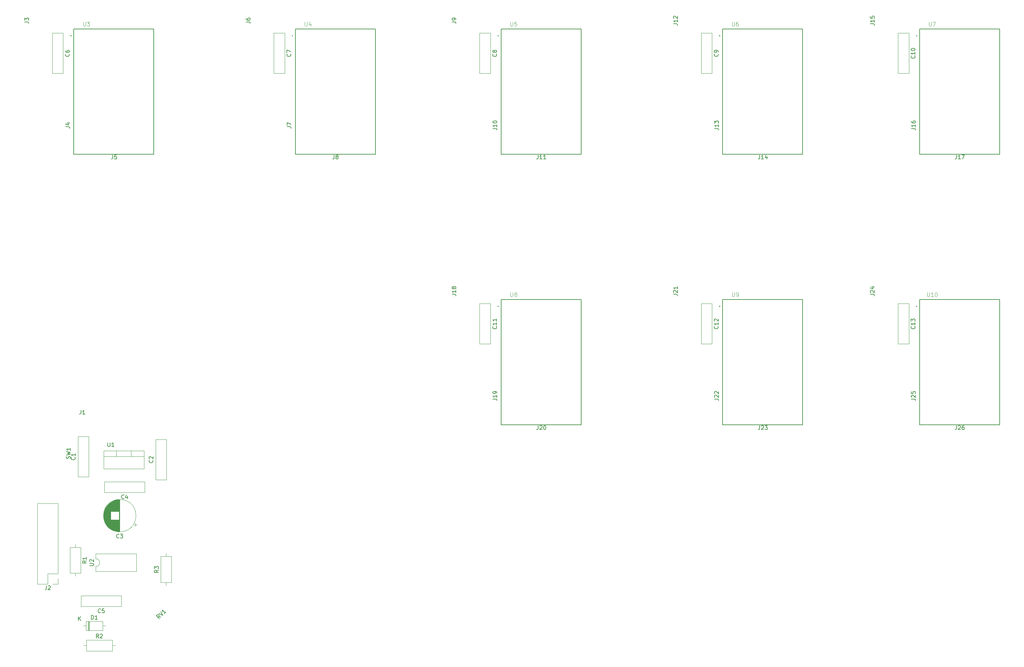
<source format=gbr>
G04 #@! TF.GenerationSoftware,KiCad,Pcbnew,5.1.5-1.fc30*
G04 #@! TF.CreationDate,2021-07-16T22:34:16+03:00*
G04 #@! TF.ProjectId,light,6c696768-742e-46b6-9963-61645f706362,rev?*
G04 #@! TF.SameCoordinates,Original*
G04 #@! TF.FileFunction,Legend,Top*
G04 #@! TF.FilePolarity,Positive*
%FSLAX46Y46*%
G04 Gerber Fmt 4.6, Leading zero omitted, Abs format (unit mm)*
G04 Created by KiCad (PCBNEW 5.1.5-1.fc30) date 2021-07-16 22:34:16*
%MOMM*%
%LPD*%
G04 APERTURE LIST*
%ADD10C,0.120000*%
%ADD11C,0.127000*%
%ADD12C,0.200000*%
%ADD13C,0.150000*%
%ADD14C,0.015000*%
G04 APERTURE END LIST*
D10*
X253120000Y-103870000D02*
X250380000Y-103870000D01*
X253120000Y-93630000D02*
X250380000Y-93630000D01*
X250380000Y-93630000D02*
X250380000Y-103870000D01*
X253120000Y-93630000D02*
X253120000Y-103870000D01*
X146870000Y-103870000D02*
X144130000Y-103870000D01*
X146870000Y-93630000D02*
X144130000Y-93630000D01*
X144130000Y-93630000D02*
X144130000Y-103870000D01*
X146870000Y-93630000D02*
X146870000Y-103870000D01*
X203120000Y-93630000D02*
X203120000Y-103870000D01*
X200380000Y-93630000D02*
X200380000Y-103870000D01*
X203120000Y-93630000D02*
X200380000Y-93630000D01*
X203120000Y-103870000D02*
X200380000Y-103870000D01*
D11*
X205850000Y-92600000D02*
X226150000Y-92600000D01*
X226150000Y-92600000D02*
X226150000Y-124400000D01*
X226150000Y-124400000D02*
X205850000Y-124400000D01*
X205850000Y-124400000D02*
X205850000Y-92600000D01*
D12*
X205200000Y-94300000D02*
G75*
G03X205200000Y-94300000I-100000J0D01*
G01*
X148950000Y-94300000D02*
G75*
G03X148950000Y-94300000I-100000J0D01*
G01*
D11*
X149600000Y-124400000D02*
X149600000Y-92600000D01*
X169900000Y-124400000D02*
X149600000Y-124400000D01*
X169900000Y-92600000D02*
X169900000Y-124400000D01*
X149600000Y-92600000D02*
X169900000Y-92600000D01*
D12*
X255200000Y-94300000D02*
G75*
G03X255200000Y-94300000I-100000J0D01*
G01*
D11*
X255850000Y-124400000D02*
X255850000Y-92600000D01*
X276150000Y-124400000D02*
X255850000Y-124400000D01*
X276150000Y-92600000D02*
X276150000Y-124400000D01*
X255850000Y-92600000D02*
X276150000Y-92600000D01*
D10*
X253120000Y-24880000D02*
X253120000Y-35120000D01*
X250380000Y-24880000D02*
X250380000Y-35120000D01*
X253120000Y-24880000D02*
X250380000Y-24880000D01*
X253120000Y-35120000D02*
X250380000Y-35120000D01*
D11*
X255850000Y-23850000D02*
X276150000Y-23850000D01*
X276150000Y-23850000D02*
X276150000Y-55650000D01*
X276150000Y-55650000D02*
X255850000Y-55650000D01*
X255850000Y-55650000D02*
X255850000Y-23850000D01*
D12*
X255200000Y-25550000D02*
G75*
G03X255200000Y-25550000I-100000J0D01*
G01*
X205200000Y-25550000D02*
G75*
G03X205200000Y-25550000I-100000J0D01*
G01*
D11*
X205850000Y-55650000D02*
X205850000Y-23850000D01*
X226150000Y-55650000D02*
X205850000Y-55650000D01*
X226150000Y-23850000D02*
X226150000Y-55650000D01*
X205850000Y-23850000D02*
X226150000Y-23850000D01*
D10*
X203120000Y-35120000D02*
X200380000Y-35120000D01*
X203120000Y-24880000D02*
X200380000Y-24880000D01*
X200380000Y-24880000D02*
X200380000Y-35120000D01*
X203120000Y-24880000D02*
X203120000Y-35120000D01*
X146870000Y-24880000D02*
X146870000Y-35120000D01*
X144130000Y-24880000D02*
X144130000Y-35120000D01*
X146870000Y-24880000D02*
X144130000Y-24880000D01*
X146870000Y-35120000D02*
X144130000Y-35120000D01*
D11*
X149600000Y-23850000D02*
X169900000Y-23850000D01*
X169900000Y-23850000D02*
X169900000Y-55650000D01*
X169900000Y-55650000D02*
X149600000Y-55650000D01*
X149600000Y-55650000D02*
X149600000Y-23850000D01*
D12*
X148950000Y-25550000D02*
G75*
G03X148950000Y-25550000I-100000J0D01*
G01*
D10*
X94620000Y-24880000D02*
X94620000Y-35120000D01*
X91880000Y-24880000D02*
X91880000Y-35120000D01*
X94620000Y-24880000D02*
X91880000Y-24880000D01*
X94620000Y-35120000D02*
X91880000Y-35120000D01*
D11*
X97350000Y-23850000D02*
X117650000Y-23850000D01*
X117650000Y-23850000D02*
X117650000Y-55650000D01*
X117650000Y-55650000D02*
X97350000Y-55650000D01*
X97350000Y-55650000D02*
X97350000Y-23850000D01*
D12*
X96700000Y-25550000D02*
G75*
G03X96700000Y-25550000I-100000J0D01*
G01*
D10*
X55641000Y-130980000D02*
X55641000Y-132490000D01*
X51940000Y-130980000D02*
X51940000Y-132490000D01*
X48670000Y-132490000D02*
X58910000Y-132490000D01*
X58910000Y-130980000D02*
X58910000Y-135621000D01*
X48670000Y-130980000D02*
X48670000Y-135621000D01*
X48670000Y-135621000D02*
X58910000Y-135621000D01*
X48670000Y-130980000D02*
X58910000Y-130980000D01*
X37080000Y-164870000D02*
X35750000Y-164870000D01*
X37080000Y-163540000D02*
X37080000Y-164870000D01*
X34480000Y-164870000D02*
X31880000Y-164870000D01*
X34480000Y-162270000D02*
X34480000Y-164870000D01*
X37080000Y-162270000D02*
X34480000Y-162270000D01*
X31880000Y-164870000D02*
X31880000Y-144430000D01*
X37080000Y-162270000D02*
X37080000Y-144430000D01*
X37080000Y-144430000D02*
X31880000Y-144430000D01*
D12*
X40450000Y-25550000D02*
G75*
G03X40450000Y-25550000I-100000J0D01*
G01*
D11*
X41100000Y-55650000D02*
X41100000Y-23850000D01*
X61400000Y-55650000D02*
X41100000Y-55650000D01*
X61400000Y-23850000D02*
X61400000Y-55650000D01*
X41100000Y-23850000D02*
X61400000Y-23850000D01*
D10*
X46670000Y-157190000D02*
X46670000Y-158440000D01*
X56950000Y-157190000D02*
X46670000Y-157190000D01*
X56950000Y-161690000D02*
X56950000Y-157190000D01*
X46670000Y-161690000D02*
X56950000Y-161690000D01*
X46670000Y-160440000D02*
X46670000Y-161690000D01*
X46670000Y-158440000D02*
G75*
G02X46670000Y-160440000I0J-1000000D01*
G01*
X64500000Y-157130000D02*
X64500000Y-157900000D01*
X64500000Y-165210000D02*
X64500000Y-164440000D01*
X63130000Y-157900000D02*
X63130000Y-164440000D01*
X65870000Y-157900000D02*
X63130000Y-157900000D01*
X65870000Y-164440000D02*
X65870000Y-157900000D01*
X63130000Y-164440000D02*
X65870000Y-164440000D01*
X51620000Y-180500000D02*
X50850000Y-180500000D01*
X43540000Y-180500000D02*
X44310000Y-180500000D01*
X50850000Y-179130000D02*
X44310000Y-179130000D01*
X50850000Y-181870000D02*
X50850000Y-179130000D01*
X44310000Y-181870000D02*
X50850000Y-181870000D01*
X44310000Y-179130000D02*
X44310000Y-181870000D01*
X41500000Y-162870000D02*
X41500000Y-162100000D01*
X41500000Y-154790000D02*
X41500000Y-155560000D01*
X42870000Y-162100000D02*
X42870000Y-155560000D01*
X40130000Y-162100000D02*
X42870000Y-162100000D01*
X40130000Y-155560000D02*
X40130000Y-162100000D01*
X42870000Y-155560000D02*
X40130000Y-155560000D01*
X44790000Y-174380000D02*
X44790000Y-176620000D01*
X45030000Y-174380000D02*
X45030000Y-176620000D01*
X44910000Y-174380000D02*
X44910000Y-176620000D01*
X49080000Y-175500000D02*
X48430000Y-175500000D01*
X43540000Y-175500000D02*
X44190000Y-175500000D01*
X48430000Y-174380000D02*
X44190000Y-174380000D01*
X48430000Y-176620000D02*
X48430000Y-174380000D01*
X44190000Y-176620000D02*
X48430000Y-176620000D01*
X44190000Y-174380000D02*
X44190000Y-176620000D01*
X38370000Y-35120000D02*
X35630000Y-35120000D01*
X38370000Y-24880000D02*
X35630000Y-24880000D01*
X35630000Y-24880000D02*
X35630000Y-35120000D01*
X38370000Y-24880000D02*
X38370000Y-35120000D01*
X42936272Y-170593789D02*
X42936272Y-167853789D01*
X53176272Y-170593789D02*
X53176272Y-167853789D01*
X53176272Y-167853789D02*
X42936272Y-167853789D01*
X53176272Y-170593789D02*
X42936272Y-170593789D01*
X48880000Y-141620000D02*
X48880000Y-138880000D01*
X59120000Y-141620000D02*
X59120000Y-138880000D01*
X59120000Y-138880000D02*
X48880000Y-138880000D01*
X59120000Y-141620000D02*
X48880000Y-141620000D01*
X56759698Y-150215000D02*
X56759698Y-149415000D01*
X57159698Y-149815000D02*
X56359698Y-149815000D01*
X48669000Y-148033000D02*
X48669000Y-146967000D01*
X48709000Y-148268000D02*
X48709000Y-146732000D01*
X48749000Y-148448000D02*
X48749000Y-146552000D01*
X48789000Y-148598000D02*
X48789000Y-146402000D01*
X48829000Y-148729000D02*
X48829000Y-146271000D01*
X48869000Y-148846000D02*
X48869000Y-146154000D01*
X48909000Y-148953000D02*
X48909000Y-146047000D01*
X48949000Y-149052000D02*
X48949000Y-145948000D01*
X48989000Y-149145000D02*
X48989000Y-145855000D01*
X49029000Y-149231000D02*
X49029000Y-145769000D01*
X49069000Y-149313000D02*
X49069000Y-145687000D01*
X49109000Y-149390000D02*
X49109000Y-145610000D01*
X49149000Y-149464000D02*
X49149000Y-145536000D01*
X49189000Y-149534000D02*
X49189000Y-145466000D01*
X49229000Y-149602000D02*
X49229000Y-145398000D01*
X49269000Y-149666000D02*
X49269000Y-145334000D01*
X49309000Y-149728000D02*
X49309000Y-145272000D01*
X49349000Y-149787000D02*
X49349000Y-145213000D01*
X49389000Y-149845000D02*
X49389000Y-145155000D01*
X49429000Y-149900000D02*
X49429000Y-145100000D01*
X49469000Y-149954000D02*
X49469000Y-145046000D01*
X49509000Y-150005000D02*
X49509000Y-144995000D01*
X49549000Y-150056000D02*
X49549000Y-144944000D01*
X49589000Y-150104000D02*
X49589000Y-144896000D01*
X49629000Y-150151000D02*
X49629000Y-144849000D01*
X49669000Y-150197000D02*
X49669000Y-144803000D01*
X49709000Y-150241000D02*
X49709000Y-144759000D01*
X49749000Y-150284000D02*
X49749000Y-144716000D01*
X49789000Y-150326000D02*
X49789000Y-144674000D01*
X49829000Y-150367000D02*
X49829000Y-144633000D01*
X49869000Y-150407000D02*
X49869000Y-144593000D01*
X49909000Y-150445000D02*
X49909000Y-144555000D01*
X49949000Y-150483000D02*
X49949000Y-144517000D01*
X49989000Y-150519000D02*
X49989000Y-144481000D01*
X50029000Y-150555000D02*
X50029000Y-144445000D01*
X50069000Y-150590000D02*
X50069000Y-144410000D01*
X50109000Y-150624000D02*
X50109000Y-144376000D01*
X50149000Y-150656000D02*
X50149000Y-144344000D01*
X50189000Y-150689000D02*
X50189000Y-144311000D01*
X50229000Y-150720000D02*
X50229000Y-144280000D01*
X50269000Y-150750000D02*
X50269000Y-144250000D01*
X50309000Y-150780000D02*
X50309000Y-144220000D01*
X50349000Y-150809000D02*
X50349000Y-144191000D01*
X50389000Y-150838000D02*
X50389000Y-144162000D01*
X50429000Y-150865000D02*
X50429000Y-144135000D01*
X50469000Y-146460000D02*
X50469000Y-144108000D01*
X50469000Y-150892000D02*
X50469000Y-148540000D01*
X50509000Y-146460000D02*
X50509000Y-144082000D01*
X50509000Y-150918000D02*
X50509000Y-148540000D01*
X50549000Y-146460000D02*
X50549000Y-144056000D01*
X50549000Y-150944000D02*
X50549000Y-148540000D01*
X50589000Y-146460000D02*
X50589000Y-144031000D01*
X50589000Y-150969000D02*
X50589000Y-148540000D01*
X50629000Y-146460000D02*
X50629000Y-144007000D01*
X50629000Y-150993000D02*
X50629000Y-148540000D01*
X50669000Y-146460000D02*
X50669000Y-143983000D01*
X50669000Y-151017000D02*
X50669000Y-148540000D01*
X50709000Y-146460000D02*
X50709000Y-143960000D01*
X50709000Y-151040000D02*
X50709000Y-148540000D01*
X50749000Y-146460000D02*
X50749000Y-143938000D01*
X50749000Y-151062000D02*
X50749000Y-148540000D01*
X50789000Y-146460000D02*
X50789000Y-143916000D01*
X50789000Y-151084000D02*
X50789000Y-148540000D01*
X50829000Y-146460000D02*
X50829000Y-143894000D01*
X50829000Y-151106000D02*
X50829000Y-148540000D01*
X50869000Y-146460000D02*
X50869000Y-143873000D01*
X50869000Y-151127000D02*
X50869000Y-148540000D01*
X50909000Y-146460000D02*
X50909000Y-143853000D01*
X50909000Y-151147000D02*
X50909000Y-148540000D01*
X50949000Y-146460000D02*
X50949000Y-143834000D01*
X50949000Y-151166000D02*
X50949000Y-148540000D01*
X50989000Y-146460000D02*
X50989000Y-143814000D01*
X50989000Y-151186000D02*
X50989000Y-148540000D01*
X51029000Y-146460000D02*
X51029000Y-143796000D01*
X51029000Y-151204000D02*
X51029000Y-148540000D01*
X51069000Y-146460000D02*
X51069000Y-143778000D01*
X51069000Y-151222000D02*
X51069000Y-148540000D01*
X51109000Y-146460000D02*
X51109000Y-143760000D01*
X51109000Y-151240000D02*
X51109000Y-148540000D01*
X51149000Y-146460000D02*
X51149000Y-143743000D01*
X51149000Y-151257000D02*
X51149000Y-148540000D01*
X51189000Y-146460000D02*
X51189000Y-143726000D01*
X51189000Y-151274000D02*
X51189000Y-148540000D01*
X51229000Y-146460000D02*
X51229000Y-143710000D01*
X51229000Y-151290000D02*
X51229000Y-148540000D01*
X51269000Y-146460000D02*
X51269000Y-143695000D01*
X51269000Y-151305000D02*
X51269000Y-148540000D01*
X51309000Y-146460000D02*
X51309000Y-143679000D01*
X51309000Y-151321000D02*
X51309000Y-148540000D01*
X51349000Y-146460000D02*
X51349000Y-143665000D01*
X51349000Y-151335000D02*
X51349000Y-148540000D01*
X51389000Y-146460000D02*
X51389000Y-143650000D01*
X51389000Y-151350000D02*
X51389000Y-148540000D01*
X51429000Y-146460000D02*
X51429000Y-143637000D01*
X51429000Y-151363000D02*
X51429000Y-148540000D01*
X51469000Y-146460000D02*
X51469000Y-143623000D01*
X51469000Y-151377000D02*
X51469000Y-148540000D01*
X51509000Y-146460000D02*
X51509000Y-143611000D01*
X51509000Y-151389000D02*
X51509000Y-148540000D01*
X51549000Y-146460000D02*
X51549000Y-143598000D01*
X51549000Y-151402000D02*
X51549000Y-148540000D01*
X51589000Y-146460000D02*
X51589000Y-143586000D01*
X51589000Y-151414000D02*
X51589000Y-148540000D01*
X51629000Y-146460000D02*
X51629000Y-143575000D01*
X51629000Y-151425000D02*
X51629000Y-148540000D01*
X51669000Y-146460000D02*
X51669000Y-143564000D01*
X51669000Y-151436000D02*
X51669000Y-148540000D01*
X51709000Y-146460000D02*
X51709000Y-143553000D01*
X51709000Y-151447000D02*
X51709000Y-148540000D01*
X51749000Y-146460000D02*
X51749000Y-143543000D01*
X51749000Y-151457000D02*
X51749000Y-148540000D01*
X51789000Y-146460000D02*
X51789000Y-143533000D01*
X51789000Y-151467000D02*
X51789000Y-148540000D01*
X51829000Y-146460000D02*
X51829000Y-143524000D01*
X51829000Y-151476000D02*
X51829000Y-148540000D01*
X51869000Y-146460000D02*
X51869000Y-143515000D01*
X51869000Y-151485000D02*
X51869000Y-148540000D01*
X51909000Y-146460000D02*
X51909000Y-143506000D01*
X51909000Y-151494000D02*
X51909000Y-148540000D01*
X51949000Y-146460000D02*
X51949000Y-143498000D01*
X51949000Y-151502000D02*
X51949000Y-148540000D01*
X51989000Y-146460000D02*
X51989000Y-143490000D01*
X51989000Y-151510000D02*
X51989000Y-148540000D01*
X52029000Y-146460000D02*
X52029000Y-143483000D01*
X52029000Y-151517000D02*
X52029000Y-148540000D01*
X52070000Y-146460000D02*
X52070000Y-143476000D01*
X52070000Y-151524000D02*
X52070000Y-148540000D01*
X52110000Y-146460000D02*
X52110000Y-143470000D01*
X52110000Y-151530000D02*
X52110000Y-148540000D01*
X52150000Y-146460000D02*
X52150000Y-143463000D01*
X52150000Y-151537000D02*
X52150000Y-148540000D01*
X52190000Y-146460000D02*
X52190000Y-143458000D01*
X52190000Y-151542000D02*
X52190000Y-148540000D01*
X52230000Y-146460000D02*
X52230000Y-143452000D01*
X52230000Y-151548000D02*
X52230000Y-148540000D01*
X52270000Y-146460000D02*
X52270000Y-143448000D01*
X52270000Y-151552000D02*
X52270000Y-148540000D01*
X52310000Y-146460000D02*
X52310000Y-143443000D01*
X52310000Y-151557000D02*
X52310000Y-148540000D01*
X52350000Y-146460000D02*
X52350000Y-143439000D01*
X52350000Y-151561000D02*
X52350000Y-148540000D01*
X52390000Y-146460000D02*
X52390000Y-143435000D01*
X52390000Y-151565000D02*
X52390000Y-148540000D01*
X52430000Y-146460000D02*
X52430000Y-143432000D01*
X52430000Y-151568000D02*
X52430000Y-148540000D01*
X52470000Y-146460000D02*
X52470000Y-143429000D01*
X52470000Y-151571000D02*
X52470000Y-148540000D01*
X52510000Y-146460000D02*
X52510000Y-143426000D01*
X52510000Y-151574000D02*
X52510000Y-148540000D01*
X52550000Y-151576000D02*
X52550000Y-143424000D01*
X52590000Y-151577000D02*
X52590000Y-143423000D01*
X52630000Y-151579000D02*
X52630000Y-143421000D01*
X52670000Y-151580000D02*
X52670000Y-143420000D01*
X52710000Y-151580000D02*
X52710000Y-143420000D01*
X52750000Y-151580000D02*
X52750000Y-143420000D01*
X56870000Y-147500000D02*
G75*
G03X56870000Y-147500000I-4120000J0D01*
G01*
X61880000Y-128130000D02*
X64620000Y-128130000D01*
X61880000Y-138370000D02*
X64620000Y-138370000D01*
X64620000Y-138370000D02*
X64620000Y-128130000D01*
X61880000Y-138370000D02*
X61880000Y-128130000D01*
X42130000Y-127380000D02*
X44870000Y-127380000D01*
X42130000Y-137620000D02*
X44870000Y-137620000D01*
X44870000Y-137620000D02*
X44870000Y-127380000D01*
X42130000Y-137620000D02*
X42130000Y-127380000D01*
D13*
X254607142Y-99392857D02*
X254654761Y-99440476D01*
X254702380Y-99583333D01*
X254702380Y-99678571D01*
X254654761Y-99821428D01*
X254559523Y-99916666D01*
X254464285Y-99964285D01*
X254273809Y-100011904D01*
X254130952Y-100011904D01*
X253940476Y-99964285D01*
X253845238Y-99916666D01*
X253750000Y-99821428D01*
X253702380Y-99678571D01*
X253702380Y-99583333D01*
X253750000Y-99440476D01*
X253797619Y-99392857D01*
X254702380Y-98440476D02*
X254702380Y-99011904D01*
X254702380Y-98726190D02*
X253702380Y-98726190D01*
X253845238Y-98821428D01*
X253940476Y-98916666D01*
X253988095Y-99011904D01*
X253702380Y-98107142D02*
X253702380Y-97488095D01*
X254083333Y-97821428D01*
X254083333Y-97678571D01*
X254130952Y-97583333D01*
X254178571Y-97535714D01*
X254273809Y-97488095D01*
X254511904Y-97488095D01*
X254607142Y-97535714D01*
X254654761Y-97583333D01*
X254702380Y-97678571D01*
X254702380Y-97964285D01*
X254654761Y-98059523D01*
X254607142Y-98107142D01*
X148357142Y-99392857D02*
X148404761Y-99440476D01*
X148452380Y-99583333D01*
X148452380Y-99678571D01*
X148404761Y-99821428D01*
X148309523Y-99916666D01*
X148214285Y-99964285D01*
X148023809Y-100011904D01*
X147880952Y-100011904D01*
X147690476Y-99964285D01*
X147595238Y-99916666D01*
X147500000Y-99821428D01*
X147452380Y-99678571D01*
X147452380Y-99583333D01*
X147500000Y-99440476D01*
X147547619Y-99392857D01*
X148452380Y-98440476D02*
X148452380Y-99011904D01*
X148452380Y-98726190D02*
X147452380Y-98726190D01*
X147595238Y-98821428D01*
X147690476Y-98916666D01*
X147738095Y-99011904D01*
X148452380Y-97488095D02*
X148452380Y-98059523D01*
X148452380Y-97773809D02*
X147452380Y-97773809D01*
X147595238Y-97869047D01*
X147690476Y-97964285D01*
X147738095Y-98059523D01*
X147532380Y-117869523D02*
X148246666Y-117869523D01*
X148389523Y-117917142D01*
X148484761Y-118012380D01*
X148532380Y-118155238D01*
X148532380Y-118250476D01*
X148532380Y-116869523D02*
X148532380Y-117440952D01*
X148532380Y-117155238D02*
X147532380Y-117155238D01*
X147675238Y-117250476D01*
X147770476Y-117345714D01*
X147818095Y-117440952D01*
X148532380Y-116393333D02*
X148532380Y-116202857D01*
X148484761Y-116107619D01*
X148437142Y-116060000D01*
X148294285Y-115964761D01*
X148103809Y-115917142D01*
X147722857Y-115917142D01*
X147627619Y-115964761D01*
X147580000Y-116012380D01*
X147532380Y-116107619D01*
X147532380Y-116298095D01*
X147580000Y-116393333D01*
X147627619Y-116440952D01*
X147722857Y-116488571D01*
X147960952Y-116488571D01*
X148056190Y-116440952D01*
X148103809Y-116393333D01*
X148151428Y-116298095D01*
X148151428Y-116107619D01*
X148103809Y-116012380D01*
X148056190Y-115964761D01*
X147960952Y-115917142D01*
X243372380Y-91249523D02*
X244086666Y-91249523D01*
X244229523Y-91297142D01*
X244324761Y-91392380D01*
X244372380Y-91535238D01*
X244372380Y-91630476D01*
X243467619Y-90820952D02*
X243420000Y-90773333D01*
X243372380Y-90678095D01*
X243372380Y-90440000D01*
X243420000Y-90344761D01*
X243467619Y-90297142D01*
X243562857Y-90249523D01*
X243658095Y-90249523D01*
X243800952Y-90297142D01*
X244372380Y-90868571D01*
X244372380Y-90249523D01*
X243705714Y-89392380D02*
X244372380Y-89392380D01*
X243324761Y-89630476D02*
X244039047Y-89868571D01*
X244039047Y-89249523D01*
X193372380Y-91249523D02*
X194086666Y-91249523D01*
X194229523Y-91297142D01*
X194324761Y-91392380D01*
X194372380Y-91535238D01*
X194372380Y-91630476D01*
X193467619Y-90820952D02*
X193420000Y-90773333D01*
X193372380Y-90678095D01*
X193372380Y-90440000D01*
X193420000Y-90344761D01*
X193467619Y-90297142D01*
X193562857Y-90249523D01*
X193658095Y-90249523D01*
X193800952Y-90297142D01*
X194372380Y-90868571D01*
X194372380Y-90249523D01*
X194372380Y-89297142D02*
X194372380Y-89868571D01*
X194372380Y-89582857D02*
X193372380Y-89582857D01*
X193515238Y-89678095D01*
X193610476Y-89773333D01*
X193658095Y-89868571D01*
X203782380Y-117869523D02*
X204496666Y-117869523D01*
X204639523Y-117917142D01*
X204734761Y-118012380D01*
X204782380Y-118155238D01*
X204782380Y-118250476D01*
X203877619Y-117440952D02*
X203830000Y-117393333D01*
X203782380Y-117298095D01*
X203782380Y-117060000D01*
X203830000Y-116964761D01*
X203877619Y-116917142D01*
X203972857Y-116869523D01*
X204068095Y-116869523D01*
X204210952Y-116917142D01*
X204782380Y-117488571D01*
X204782380Y-116869523D01*
X203877619Y-116488571D02*
X203830000Y-116440952D01*
X203782380Y-116345714D01*
X203782380Y-116107619D01*
X203830000Y-116012380D01*
X203877619Y-115964761D01*
X203972857Y-115917142D01*
X204068095Y-115917142D01*
X204210952Y-115964761D01*
X204782380Y-116536190D01*
X204782380Y-115917142D01*
X159000476Y-124622380D02*
X159000476Y-125336666D01*
X158952857Y-125479523D01*
X158857619Y-125574761D01*
X158714761Y-125622380D01*
X158619523Y-125622380D01*
X159429047Y-124717619D02*
X159476666Y-124670000D01*
X159571904Y-124622380D01*
X159810000Y-124622380D01*
X159905238Y-124670000D01*
X159952857Y-124717619D01*
X160000476Y-124812857D01*
X160000476Y-124908095D01*
X159952857Y-125050952D01*
X159381428Y-125622380D01*
X160000476Y-125622380D01*
X160619523Y-124622380D02*
X160714761Y-124622380D01*
X160810000Y-124670000D01*
X160857619Y-124717619D01*
X160905238Y-124812857D01*
X160952857Y-125003333D01*
X160952857Y-125241428D01*
X160905238Y-125431904D01*
X160857619Y-125527142D01*
X160810000Y-125574761D01*
X160714761Y-125622380D01*
X160619523Y-125622380D01*
X160524285Y-125574761D01*
X160476666Y-125527142D01*
X160429047Y-125431904D01*
X160381428Y-125241428D01*
X160381428Y-125003333D01*
X160429047Y-124812857D01*
X160476666Y-124717619D01*
X160524285Y-124670000D01*
X160619523Y-124622380D01*
X204607142Y-99392857D02*
X204654761Y-99440476D01*
X204702380Y-99583333D01*
X204702380Y-99678571D01*
X204654761Y-99821428D01*
X204559523Y-99916666D01*
X204464285Y-99964285D01*
X204273809Y-100011904D01*
X204130952Y-100011904D01*
X203940476Y-99964285D01*
X203845238Y-99916666D01*
X203750000Y-99821428D01*
X203702380Y-99678571D01*
X203702380Y-99583333D01*
X203750000Y-99440476D01*
X203797619Y-99392857D01*
X204702380Y-98440476D02*
X204702380Y-99011904D01*
X204702380Y-98726190D02*
X203702380Y-98726190D01*
X203845238Y-98821428D01*
X203940476Y-98916666D01*
X203988095Y-99011904D01*
X203797619Y-98059523D02*
X203750000Y-98011904D01*
X203702380Y-97916666D01*
X203702380Y-97678571D01*
X203750000Y-97583333D01*
X203797619Y-97535714D01*
X203892857Y-97488095D01*
X203988095Y-97488095D01*
X204130952Y-97535714D01*
X204702380Y-98107142D01*
X204702380Y-97488095D01*
D14*
X208253095Y-90807380D02*
X208253095Y-91616904D01*
X208300714Y-91712142D01*
X208348333Y-91759761D01*
X208443571Y-91807380D01*
X208634047Y-91807380D01*
X208729285Y-91759761D01*
X208776904Y-91712142D01*
X208824523Y-91616904D01*
X208824523Y-90807380D01*
X209348333Y-91807380D02*
X209538809Y-91807380D01*
X209634047Y-91759761D01*
X209681666Y-91712142D01*
X209776904Y-91569285D01*
X209824523Y-91378809D01*
X209824523Y-90997857D01*
X209776904Y-90902619D01*
X209729285Y-90855000D01*
X209634047Y-90807380D01*
X209443571Y-90807380D01*
X209348333Y-90855000D01*
X209300714Y-90902619D01*
X209253095Y-90997857D01*
X209253095Y-91235952D01*
X209300714Y-91331190D01*
X209348333Y-91378809D01*
X209443571Y-91426428D01*
X209634047Y-91426428D01*
X209729285Y-91378809D01*
X209776904Y-91331190D01*
X209824523Y-91235952D01*
D13*
X253782380Y-117869523D02*
X254496666Y-117869523D01*
X254639523Y-117917142D01*
X254734761Y-118012380D01*
X254782380Y-118155238D01*
X254782380Y-118250476D01*
X253877619Y-117440952D02*
X253830000Y-117393333D01*
X253782380Y-117298095D01*
X253782380Y-117060000D01*
X253830000Y-116964761D01*
X253877619Y-116917142D01*
X253972857Y-116869523D01*
X254068095Y-116869523D01*
X254210952Y-116917142D01*
X254782380Y-117488571D01*
X254782380Y-116869523D01*
X253782380Y-115964761D02*
X253782380Y-116440952D01*
X254258571Y-116488571D01*
X254210952Y-116440952D01*
X254163333Y-116345714D01*
X254163333Y-116107619D01*
X254210952Y-116012380D01*
X254258571Y-115964761D01*
X254353809Y-115917142D01*
X254591904Y-115917142D01*
X254687142Y-115964761D01*
X254734761Y-116012380D01*
X254782380Y-116107619D01*
X254782380Y-116345714D01*
X254734761Y-116440952D01*
X254687142Y-116488571D01*
X215250476Y-124622380D02*
X215250476Y-125336666D01*
X215202857Y-125479523D01*
X215107619Y-125574761D01*
X214964761Y-125622380D01*
X214869523Y-125622380D01*
X215679047Y-124717619D02*
X215726666Y-124670000D01*
X215821904Y-124622380D01*
X216060000Y-124622380D01*
X216155238Y-124670000D01*
X216202857Y-124717619D01*
X216250476Y-124812857D01*
X216250476Y-124908095D01*
X216202857Y-125050952D01*
X215631428Y-125622380D01*
X216250476Y-125622380D01*
X216583809Y-124622380D02*
X217202857Y-124622380D01*
X216869523Y-125003333D01*
X217012380Y-125003333D01*
X217107619Y-125050952D01*
X217155238Y-125098571D01*
X217202857Y-125193809D01*
X217202857Y-125431904D01*
X217155238Y-125527142D01*
X217107619Y-125574761D01*
X217012380Y-125622380D01*
X216726666Y-125622380D01*
X216631428Y-125574761D01*
X216583809Y-125527142D01*
D14*
X152003095Y-90807380D02*
X152003095Y-91616904D01*
X152050714Y-91712142D01*
X152098333Y-91759761D01*
X152193571Y-91807380D01*
X152384047Y-91807380D01*
X152479285Y-91759761D01*
X152526904Y-91712142D01*
X152574523Y-91616904D01*
X152574523Y-90807380D01*
X153193571Y-91235952D02*
X153098333Y-91188333D01*
X153050714Y-91140714D01*
X153003095Y-91045476D01*
X153003095Y-90997857D01*
X153050714Y-90902619D01*
X153098333Y-90855000D01*
X153193571Y-90807380D01*
X153384047Y-90807380D01*
X153479285Y-90855000D01*
X153526904Y-90902619D01*
X153574523Y-90997857D01*
X153574523Y-91045476D01*
X153526904Y-91140714D01*
X153479285Y-91188333D01*
X153384047Y-91235952D01*
X153193571Y-91235952D01*
X153098333Y-91283571D01*
X153050714Y-91331190D01*
X153003095Y-91426428D01*
X153003095Y-91616904D01*
X153050714Y-91712142D01*
X153098333Y-91759761D01*
X153193571Y-91807380D01*
X153384047Y-91807380D01*
X153479285Y-91759761D01*
X153526904Y-91712142D01*
X153574523Y-91616904D01*
X153574523Y-91426428D01*
X153526904Y-91331190D01*
X153479285Y-91283571D01*
X153384047Y-91235952D01*
D13*
X137122380Y-91249523D02*
X137836666Y-91249523D01*
X137979523Y-91297142D01*
X138074761Y-91392380D01*
X138122380Y-91535238D01*
X138122380Y-91630476D01*
X138122380Y-90249523D02*
X138122380Y-90820952D01*
X138122380Y-90535238D02*
X137122380Y-90535238D01*
X137265238Y-90630476D01*
X137360476Y-90725714D01*
X137408095Y-90820952D01*
X137550952Y-89678095D02*
X137503333Y-89773333D01*
X137455714Y-89820952D01*
X137360476Y-89868571D01*
X137312857Y-89868571D01*
X137217619Y-89820952D01*
X137170000Y-89773333D01*
X137122380Y-89678095D01*
X137122380Y-89487619D01*
X137170000Y-89392380D01*
X137217619Y-89344761D01*
X137312857Y-89297142D01*
X137360476Y-89297142D01*
X137455714Y-89344761D01*
X137503333Y-89392380D01*
X137550952Y-89487619D01*
X137550952Y-89678095D01*
X137598571Y-89773333D01*
X137646190Y-89820952D01*
X137741428Y-89868571D01*
X137931904Y-89868571D01*
X138027142Y-89820952D01*
X138074761Y-89773333D01*
X138122380Y-89678095D01*
X138122380Y-89487619D01*
X138074761Y-89392380D01*
X138027142Y-89344761D01*
X137931904Y-89297142D01*
X137741428Y-89297142D01*
X137646190Y-89344761D01*
X137598571Y-89392380D01*
X137550952Y-89487619D01*
X265250476Y-124622380D02*
X265250476Y-125336666D01*
X265202857Y-125479523D01*
X265107619Y-125574761D01*
X264964761Y-125622380D01*
X264869523Y-125622380D01*
X265679047Y-124717619D02*
X265726666Y-124670000D01*
X265821904Y-124622380D01*
X266060000Y-124622380D01*
X266155238Y-124670000D01*
X266202857Y-124717619D01*
X266250476Y-124812857D01*
X266250476Y-124908095D01*
X266202857Y-125050952D01*
X265631428Y-125622380D01*
X266250476Y-125622380D01*
X267107619Y-124622380D02*
X266917142Y-124622380D01*
X266821904Y-124670000D01*
X266774285Y-124717619D01*
X266679047Y-124860476D01*
X266631428Y-125050952D01*
X266631428Y-125431904D01*
X266679047Y-125527142D01*
X266726666Y-125574761D01*
X266821904Y-125622380D01*
X267012380Y-125622380D01*
X267107619Y-125574761D01*
X267155238Y-125527142D01*
X267202857Y-125431904D01*
X267202857Y-125193809D01*
X267155238Y-125098571D01*
X267107619Y-125050952D01*
X267012380Y-125003333D01*
X266821904Y-125003333D01*
X266726666Y-125050952D01*
X266679047Y-125098571D01*
X266631428Y-125193809D01*
D14*
X257776904Y-90807380D02*
X257776904Y-91616904D01*
X257824523Y-91712142D01*
X257872142Y-91759761D01*
X257967380Y-91807380D01*
X258157857Y-91807380D01*
X258253095Y-91759761D01*
X258300714Y-91712142D01*
X258348333Y-91616904D01*
X258348333Y-90807380D01*
X259348333Y-91807380D02*
X258776904Y-91807380D01*
X259062619Y-91807380D02*
X259062619Y-90807380D01*
X258967380Y-90950238D01*
X258872142Y-91045476D01*
X258776904Y-91093095D01*
X259967380Y-90807380D02*
X260062619Y-90807380D01*
X260157857Y-90855000D01*
X260205476Y-90902619D01*
X260253095Y-90997857D01*
X260300714Y-91188333D01*
X260300714Y-91426428D01*
X260253095Y-91616904D01*
X260205476Y-91712142D01*
X260157857Y-91759761D01*
X260062619Y-91807380D01*
X259967380Y-91807380D01*
X259872142Y-91759761D01*
X259824523Y-91712142D01*
X259776904Y-91616904D01*
X259729285Y-91426428D01*
X259729285Y-91188333D01*
X259776904Y-90997857D01*
X259824523Y-90902619D01*
X259872142Y-90855000D01*
X259967380Y-90807380D01*
D13*
X243372380Y-22499523D02*
X244086666Y-22499523D01*
X244229523Y-22547142D01*
X244324761Y-22642380D01*
X244372380Y-22785238D01*
X244372380Y-22880476D01*
X244372380Y-21499523D02*
X244372380Y-22070952D01*
X244372380Y-21785238D02*
X243372380Y-21785238D01*
X243515238Y-21880476D01*
X243610476Y-21975714D01*
X243658095Y-22070952D01*
X243372380Y-20594761D02*
X243372380Y-21070952D01*
X243848571Y-21118571D01*
X243800952Y-21070952D01*
X243753333Y-20975714D01*
X243753333Y-20737619D01*
X243800952Y-20642380D01*
X243848571Y-20594761D01*
X243943809Y-20547142D01*
X244181904Y-20547142D01*
X244277142Y-20594761D01*
X244324761Y-20642380D01*
X244372380Y-20737619D01*
X244372380Y-20975714D01*
X244324761Y-21070952D01*
X244277142Y-21118571D01*
X253782380Y-49119523D02*
X254496666Y-49119523D01*
X254639523Y-49167142D01*
X254734761Y-49262380D01*
X254782380Y-49405238D01*
X254782380Y-49500476D01*
X254782380Y-48119523D02*
X254782380Y-48690952D01*
X254782380Y-48405238D02*
X253782380Y-48405238D01*
X253925238Y-48500476D01*
X254020476Y-48595714D01*
X254068095Y-48690952D01*
X253782380Y-47262380D02*
X253782380Y-47452857D01*
X253830000Y-47548095D01*
X253877619Y-47595714D01*
X254020476Y-47690952D01*
X254210952Y-47738571D01*
X254591904Y-47738571D01*
X254687142Y-47690952D01*
X254734761Y-47643333D01*
X254782380Y-47548095D01*
X254782380Y-47357619D01*
X254734761Y-47262380D01*
X254687142Y-47214761D01*
X254591904Y-47167142D01*
X254353809Y-47167142D01*
X254258571Y-47214761D01*
X254210952Y-47262380D01*
X254163333Y-47357619D01*
X254163333Y-47548095D01*
X254210952Y-47643333D01*
X254258571Y-47690952D01*
X254353809Y-47738571D01*
X254607142Y-30642857D02*
X254654761Y-30690476D01*
X254702380Y-30833333D01*
X254702380Y-30928571D01*
X254654761Y-31071428D01*
X254559523Y-31166666D01*
X254464285Y-31214285D01*
X254273809Y-31261904D01*
X254130952Y-31261904D01*
X253940476Y-31214285D01*
X253845238Y-31166666D01*
X253750000Y-31071428D01*
X253702380Y-30928571D01*
X253702380Y-30833333D01*
X253750000Y-30690476D01*
X253797619Y-30642857D01*
X254702380Y-29690476D02*
X254702380Y-30261904D01*
X254702380Y-29976190D02*
X253702380Y-29976190D01*
X253845238Y-30071428D01*
X253940476Y-30166666D01*
X253988095Y-30261904D01*
X253702380Y-29071428D02*
X253702380Y-28976190D01*
X253750000Y-28880952D01*
X253797619Y-28833333D01*
X253892857Y-28785714D01*
X254083333Y-28738095D01*
X254321428Y-28738095D01*
X254511904Y-28785714D01*
X254607142Y-28833333D01*
X254654761Y-28880952D01*
X254702380Y-28976190D01*
X254702380Y-29071428D01*
X254654761Y-29166666D01*
X254607142Y-29214285D01*
X254511904Y-29261904D01*
X254321428Y-29309523D01*
X254083333Y-29309523D01*
X253892857Y-29261904D01*
X253797619Y-29214285D01*
X253750000Y-29166666D01*
X253702380Y-29071428D01*
D14*
X258253095Y-22057380D02*
X258253095Y-22866904D01*
X258300714Y-22962142D01*
X258348333Y-23009761D01*
X258443571Y-23057380D01*
X258634047Y-23057380D01*
X258729285Y-23009761D01*
X258776904Y-22962142D01*
X258824523Y-22866904D01*
X258824523Y-22057380D01*
X259205476Y-22057380D02*
X259872142Y-22057380D01*
X259443571Y-23057380D01*
D13*
X265250476Y-55872380D02*
X265250476Y-56586666D01*
X265202857Y-56729523D01*
X265107619Y-56824761D01*
X264964761Y-56872380D01*
X264869523Y-56872380D01*
X266250476Y-56872380D02*
X265679047Y-56872380D01*
X265964761Y-56872380D02*
X265964761Y-55872380D01*
X265869523Y-56015238D01*
X265774285Y-56110476D01*
X265679047Y-56158095D01*
X266583809Y-55872380D02*
X267250476Y-55872380D01*
X266821904Y-56872380D01*
X193372380Y-22499523D02*
X194086666Y-22499523D01*
X194229523Y-22547142D01*
X194324761Y-22642380D01*
X194372380Y-22785238D01*
X194372380Y-22880476D01*
X194372380Y-21499523D02*
X194372380Y-22070952D01*
X194372380Y-21785238D02*
X193372380Y-21785238D01*
X193515238Y-21880476D01*
X193610476Y-21975714D01*
X193658095Y-22070952D01*
X193467619Y-21118571D02*
X193420000Y-21070952D01*
X193372380Y-20975714D01*
X193372380Y-20737619D01*
X193420000Y-20642380D01*
X193467619Y-20594761D01*
X193562857Y-20547142D01*
X193658095Y-20547142D01*
X193800952Y-20594761D01*
X194372380Y-21166190D01*
X194372380Y-20547142D01*
X215250476Y-55872380D02*
X215250476Y-56586666D01*
X215202857Y-56729523D01*
X215107619Y-56824761D01*
X214964761Y-56872380D01*
X214869523Y-56872380D01*
X216250476Y-56872380D02*
X215679047Y-56872380D01*
X215964761Y-56872380D02*
X215964761Y-55872380D01*
X215869523Y-56015238D01*
X215774285Y-56110476D01*
X215679047Y-56158095D01*
X217107619Y-56205714D02*
X217107619Y-56872380D01*
X216869523Y-55824761D02*
X216631428Y-56539047D01*
X217250476Y-56539047D01*
X203782380Y-49119523D02*
X204496666Y-49119523D01*
X204639523Y-49167142D01*
X204734761Y-49262380D01*
X204782380Y-49405238D01*
X204782380Y-49500476D01*
X204782380Y-48119523D02*
X204782380Y-48690952D01*
X204782380Y-48405238D02*
X203782380Y-48405238D01*
X203925238Y-48500476D01*
X204020476Y-48595714D01*
X204068095Y-48690952D01*
X203782380Y-47786190D02*
X203782380Y-47167142D01*
X204163333Y-47500476D01*
X204163333Y-47357619D01*
X204210952Y-47262380D01*
X204258571Y-47214761D01*
X204353809Y-47167142D01*
X204591904Y-47167142D01*
X204687142Y-47214761D01*
X204734761Y-47262380D01*
X204782380Y-47357619D01*
X204782380Y-47643333D01*
X204734761Y-47738571D01*
X204687142Y-47786190D01*
D14*
X208253095Y-22057380D02*
X208253095Y-22866904D01*
X208300714Y-22962142D01*
X208348333Y-23009761D01*
X208443571Y-23057380D01*
X208634047Y-23057380D01*
X208729285Y-23009761D01*
X208776904Y-22962142D01*
X208824523Y-22866904D01*
X208824523Y-22057380D01*
X209729285Y-22057380D02*
X209538809Y-22057380D01*
X209443571Y-22105000D01*
X209395952Y-22152619D01*
X209300714Y-22295476D01*
X209253095Y-22485952D01*
X209253095Y-22866904D01*
X209300714Y-22962142D01*
X209348333Y-23009761D01*
X209443571Y-23057380D01*
X209634047Y-23057380D01*
X209729285Y-23009761D01*
X209776904Y-22962142D01*
X209824523Y-22866904D01*
X209824523Y-22628809D01*
X209776904Y-22533571D01*
X209729285Y-22485952D01*
X209634047Y-22438333D01*
X209443571Y-22438333D01*
X209348333Y-22485952D01*
X209300714Y-22533571D01*
X209253095Y-22628809D01*
D13*
X204607142Y-30166666D02*
X204654761Y-30214285D01*
X204702380Y-30357142D01*
X204702380Y-30452380D01*
X204654761Y-30595238D01*
X204559523Y-30690476D01*
X204464285Y-30738095D01*
X204273809Y-30785714D01*
X204130952Y-30785714D01*
X203940476Y-30738095D01*
X203845238Y-30690476D01*
X203750000Y-30595238D01*
X203702380Y-30452380D01*
X203702380Y-30357142D01*
X203750000Y-30214285D01*
X203797619Y-30166666D01*
X204702380Y-29690476D02*
X204702380Y-29500000D01*
X204654761Y-29404761D01*
X204607142Y-29357142D01*
X204464285Y-29261904D01*
X204273809Y-29214285D01*
X203892857Y-29214285D01*
X203797619Y-29261904D01*
X203750000Y-29309523D01*
X203702380Y-29404761D01*
X203702380Y-29595238D01*
X203750000Y-29690476D01*
X203797619Y-29738095D01*
X203892857Y-29785714D01*
X204130952Y-29785714D01*
X204226190Y-29738095D01*
X204273809Y-29690476D01*
X204321428Y-29595238D01*
X204321428Y-29404761D01*
X204273809Y-29309523D01*
X204226190Y-29261904D01*
X204130952Y-29214285D01*
X137122380Y-22023333D02*
X137836666Y-22023333D01*
X137979523Y-22070952D01*
X138074761Y-22166190D01*
X138122380Y-22309047D01*
X138122380Y-22404285D01*
X138122380Y-21499523D02*
X138122380Y-21309047D01*
X138074761Y-21213809D01*
X138027142Y-21166190D01*
X137884285Y-21070952D01*
X137693809Y-21023333D01*
X137312857Y-21023333D01*
X137217619Y-21070952D01*
X137170000Y-21118571D01*
X137122380Y-21213809D01*
X137122380Y-21404285D01*
X137170000Y-21499523D01*
X137217619Y-21547142D01*
X137312857Y-21594761D01*
X137550952Y-21594761D01*
X137646190Y-21547142D01*
X137693809Y-21499523D01*
X137741428Y-21404285D01*
X137741428Y-21213809D01*
X137693809Y-21118571D01*
X137646190Y-21070952D01*
X137550952Y-21023333D01*
X147532380Y-49119523D02*
X148246666Y-49119523D01*
X148389523Y-49167142D01*
X148484761Y-49262380D01*
X148532380Y-49405238D01*
X148532380Y-49500476D01*
X148532380Y-48119523D02*
X148532380Y-48690952D01*
X148532380Y-48405238D02*
X147532380Y-48405238D01*
X147675238Y-48500476D01*
X147770476Y-48595714D01*
X147818095Y-48690952D01*
X147532380Y-47500476D02*
X147532380Y-47405238D01*
X147580000Y-47310000D01*
X147627619Y-47262380D01*
X147722857Y-47214761D01*
X147913333Y-47167142D01*
X148151428Y-47167142D01*
X148341904Y-47214761D01*
X148437142Y-47262380D01*
X148484761Y-47310000D01*
X148532380Y-47405238D01*
X148532380Y-47500476D01*
X148484761Y-47595714D01*
X148437142Y-47643333D01*
X148341904Y-47690952D01*
X148151428Y-47738571D01*
X147913333Y-47738571D01*
X147722857Y-47690952D01*
X147627619Y-47643333D01*
X147580000Y-47595714D01*
X147532380Y-47500476D01*
X148357142Y-30166666D02*
X148404761Y-30214285D01*
X148452380Y-30357142D01*
X148452380Y-30452380D01*
X148404761Y-30595238D01*
X148309523Y-30690476D01*
X148214285Y-30738095D01*
X148023809Y-30785714D01*
X147880952Y-30785714D01*
X147690476Y-30738095D01*
X147595238Y-30690476D01*
X147500000Y-30595238D01*
X147452380Y-30452380D01*
X147452380Y-30357142D01*
X147500000Y-30214285D01*
X147547619Y-30166666D01*
X147880952Y-29595238D02*
X147833333Y-29690476D01*
X147785714Y-29738095D01*
X147690476Y-29785714D01*
X147642857Y-29785714D01*
X147547619Y-29738095D01*
X147500000Y-29690476D01*
X147452380Y-29595238D01*
X147452380Y-29404761D01*
X147500000Y-29309523D01*
X147547619Y-29261904D01*
X147642857Y-29214285D01*
X147690476Y-29214285D01*
X147785714Y-29261904D01*
X147833333Y-29309523D01*
X147880952Y-29404761D01*
X147880952Y-29595238D01*
X147928571Y-29690476D01*
X147976190Y-29738095D01*
X148071428Y-29785714D01*
X148261904Y-29785714D01*
X148357142Y-29738095D01*
X148404761Y-29690476D01*
X148452380Y-29595238D01*
X148452380Y-29404761D01*
X148404761Y-29309523D01*
X148357142Y-29261904D01*
X148261904Y-29214285D01*
X148071428Y-29214285D01*
X147976190Y-29261904D01*
X147928571Y-29309523D01*
X147880952Y-29404761D01*
X159000476Y-55872380D02*
X159000476Y-56586666D01*
X158952857Y-56729523D01*
X158857619Y-56824761D01*
X158714761Y-56872380D01*
X158619523Y-56872380D01*
X160000476Y-56872380D02*
X159429047Y-56872380D01*
X159714761Y-56872380D02*
X159714761Y-55872380D01*
X159619523Y-56015238D01*
X159524285Y-56110476D01*
X159429047Y-56158095D01*
X160952857Y-56872380D02*
X160381428Y-56872380D01*
X160667142Y-56872380D02*
X160667142Y-55872380D01*
X160571904Y-56015238D01*
X160476666Y-56110476D01*
X160381428Y-56158095D01*
D14*
X152003095Y-22057380D02*
X152003095Y-22866904D01*
X152050714Y-22962142D01*
X152098333Y-23009761D01*
X152193571Y-23057380D01*
X152384047Y-23057380D01*
X152479285Y-23009761D01*
X152526904Y-22962142D01*
X152574523Y-22866904D01*
X152574523Y-22057380D01*
X153526904Y-22057380D02*
X153050714Y-22057380D01*
X153003095Y-22533571D01*
X153050714Y-22485952D01*
X153145952Y-22438333D01*
X153384047Y-22438333D01*
X153479285Y-22485952D01*
X153526904Y-22533571D01*
X153574523Y-22628809D01*
X153574523Y-22866904D01*
X153526904Y-22962142D01*
X153479285Y-23009761D01*
X153384047Y-23057380D01*
X153145952Y-23057380D01*
X153050714Y-23009761D01*
X153003095Y-22962142D01*
D13*
X84872380Y-22023333D02*
X85586666Y-22023333D01*
X85729523Y-22070952D01*
X85824761Y-22166190D01*
X85872380Y-22309047D01*
X85872380Y-22404285D01*
X84872380Y-21118571D02*
X84872380Y-21309047D01*
X84920000Y-21404285D01*
X84967619Y-21451904D01*
X85110476Y-21547142D01*
X85300952Y-21594761D01*
X85681904Y-21594761D01*
X85777142Y-21547142D01*
X85824761Y-21499523D01*
X85872380Y-21404285D01*
X85872380Y-21213809D01*
X85824761Y-21118571D01*
X85777142Y-21070952D01*
X85681904Y-21023333D01*
X85443809Y-21023333D01*
X85348571Y-21070952D01*
X85300952Y-21118571D01*
X85253333Y-21213809D01*
X85253333Y-21404285D01*
X85300952Y-21499523D01*
X85348571Y-21547142D01*
X85443809Y-21594761D01*
X95282380Y-48643333D02*
X95996666Y-48643333D01*
X96139523Y-48690952D01*
X96234761Y-48786190D01*
X96282380Y-48929047D01*
X96282380Y-49024285D01*
X95282380Y-48262380D02*
X95282380Y-47595714D01*
X96282380Y-48024285D01*
X96107142Y-30166666D02*
X96154761Y-30214285D01*
X96202380Y-30357142D01*
X96202380Y-30452380D01*
X96154761Y-30595238D01*
X96059523Y-30690476D01*
X95964285Y-30738095D01*
X95773809Y-30785714D01*
X95630952Y-30785714D01*
X95440476Y-30738095D01*
X95345238Y-30690476D01*
X95250000Y-30595238D01*
X95202380Y-30452380D01*
X95202380Y-30357142D01*
X95250000Y-30214285D01*
X95297619Y-30166666D01*
X95202380Y-29833333D02*
X95202380Y-29166666D01*
X96202380Y-29595238D01*
X107226666Y-55872380D02*
X107226666Y-56586666D01*
X107179047Y-56729523D01*
X107083809Y-56824761D01*
X106940952Y-56872380D01*
X106845714Y-56872380D01*
X107845714Y-56300952D02*
X107750476Y-56253333D01*
X107702857Y-56205714D01*
X107655238Y-56110476D01*
X107655238Y-56062857D01*
X107702857Y-55967619D01*
X107750476Y-55920000D01*
X107845714Y-55872380D01*
X108036190Y-55872380D01*
X108131428Y-55920000D01*
X108179047Y-55967619D01*
X108226666Y-56062857D01*
X108226666Y-56110476D01*
X108179047Y-56205714D01*
X108131428Y-56253333D01*
X108036190Y-56300952D01*
X107845714Y-56300952D01*
X107750476Y-56348571D01*
X107702857Y-56396190D01*
X107655238Y-56491428D01*
X107655238Y-56681904D01*
X107702857Y-56777142D01*
X107750476Y-56824761D01*
X107845714Y-56872380D01*
X108036190Y-56872380D01*
X108131428Y-56824761D01*
X108179047Y-56777142D01*
X108226666Y-56681904D01*
X108226666Y-56491428D01*
X108179047Y-56396190D01*
X108131428Y-56348571D01*
X108036190Y-56300952D01*
D14*
X99753095Y-22057380D02*
X99753095Y-22866904D01*
X99800714Y-22962142D01*
X99848333Y-23009761D01*
X99943571Y-23057380D01*
X100134047Y-23057380D01*
X100229285Y-23009761D01*
X100276904Y-22962142D01*
X100324523Y-22866904D01*
X100324523Y-22057380D01*
X101229285Y-22390714D02*
X101229285Y-23057380D01*
X100991190Y-22009761D02*
X100753095Y-22724047D01*
X101372142Y-22724047D01*
D13*
X63195035Y-173260522D02*
X62622615Y-173159507D01*
X62790974Y-173664583D02*
X62083867Y-172957476D01*
X62353241Y-172688102D01*
X62454257Y-172654431D01*
X62521600Y-172654431D01*
X62622615Y-172688102D01*
X62723631Y-172789118D01*
X62757302Y-172890133D01*
X62757302Y-172957476D01*
X62723631Y-173058492D01*
X62454257Y-173327866D01*
X62689959Y-172351385D02*
X63632768Y-172822789D01*
X63161363Y-171879980D01*
X64474562Y-171980995D02*
X64070501Y-172385056D01*
X64272531Y-172183026D02*
X63565425Y-171475919D01*
X63599096Y-171644278D01*
X63599096Y-171778965D01*
X63565425Y-171879980D01*
X49738095Y-128952380D02*
X49738095Y-129761904D01*
X49785714Y-129857142D01*
X49833333Y-129904761D01*
X49928571Y-129952380D01*
X50119047Y-129952380D01*
X50214285Y-129904761D01*
X50261904Y-129857142D01*
X50309523Y-129761904D01*
X50309523Y-128952380D01*
X51309523Y-129952380D02*
X50738095Y-129952380D01*
X51023809Y-129952380D02*
X51023809Y-128952380D01*
X50928571Y-129095238D01*
X50833333Y-129190476D01*
X50738095Y-129238095D01*
X34146666Y-165322380D02*
X34146666Y-166036666D01*
X34099047Y-166179523D01*
X34003809Y-166274761D01*
X33860952Y-166322380D01*
X33765714Y-166322380D01*
X34575238Y-165417619D02*
X34622857Y-165370000D01*
X34718095Y-165322380D01*
X34956190Y-165322380D01*
X35051428Y-165370000D01*
X35099047Y-165417619D01*
X35146666Y-165512857D01*
X35146666Y-165608095D01*
X35099047Y-165750952D01*
X34527619Y-166322380D01*
X35146666Y-166322380D01*
D14*
X43503095Y-22057380D02*
X43503095Y-22866904D01*
X43550714Y-22962142D01*
X43598333Y-23009761D01*
X43693571Y-23057380D01*
X43884047Y-23057380D01*
X43979285Y-23009761D01*
X44026904Y-22962142D01*
X44074523Y-22866904D01*
X44074523Y-22057380D01*
X44455476Y-22057380D02*
X45074523Y-22057380D01*
X44741190Y-22438333D01*
X44884047Y-22438333D01*
X44979285Y-22485952D01*
X45026904Y-22533571D01*
X45074523Y-22628809D01*
X45074523Y-22866904D01*
X45026904Y-22962142D01*
X44979285Y-23009761D01*
X44884047Y-23057380D01*
X44598333Y-23057380D01*
X44503095Y-23009761D01*
X44455476Y-22962142D01*
D13*
X45122380Y-160201904D02*
X45931904Y-160201904D01*
X46027142Y-160154285D01*
X46074761Y-160106666D01*
X46122380Y-160011428D01*
X46122380Y-159820952D01*
X46074761Y-159725714D01*
X46027142Y-159678095D01*
X45931904Y-159630476D01*
X45122380Y-159630476D01*
X45217619Y-159201904D02*
X45170000Y-159154285D01*
X45122380Y-159059047D01*
X45122380Y-158820952D01*
X45170000Y-158725714D01*
X45217619Y-158678095D01*
X45312857Y-158630476D01*
X45408095Y-158630476D01*
X45550952Y-158678095D01*
X46122380Y-159249523D01*
X46122380Y-158630476D01*
X40153374Y-132989742D02*
X40200993Y-132846885D01*
X40200993Y-132608789D01*
X40153374Y-132513551D01*
X40105755Y-132465932D01*
X40010517Y-132418313D01*
X39915279Y-132418313D01*
X39820041Y-132465932D01*
X39772422Y-132513551D01*
X39724803Y-132608789D01*
X39677184Y-132799266D01*
X39629565Y-132894504D01*
X39581946Y-132942123D01*
X39486708Y-132989742D01*
X39391470Y-132989742D01*
X39296232Y-132942123D01*
X39248613Y-132894504D01*
X39200993Y-132799266D01*
X39200993Y-132561170D01*
X39248613Y-132418313D01*
X39200993Y-132084980D02*
X40200993Y-131846885D01*
X39486708Y-131656409D01*
X40200993Y-131465932D01*
X39200993Y-131227837D01*
X40200993Y-130323075D02*
X40200993Y-130894504D01*
X40200993Y-130608789D02*
X39200993Y-130608789D01*
X39343851Y-130704028D01*
X39439089Y-130799266D01*
X39486708Y-130894504D01*
X62582380Y-161336666D02*
X62106190Y-161670000D01*
X62582380Y-161908095D02*
X61582380Y-161908095D01*
X61582380Y-161527142D01*
X61630000Y-161431904D01*
X61677619Y-161384285D01*
X61772857Y-161336666D01*
X61915714Y-161336666D01*
X62010952Y-161384285D01*
X62058571Y-161431904D01*
X62106190Y-161527142D01*
X62106190Y-161908095D01*
X61582380Y-161003333D02*
X61582380Y-160384285D01*
X61963333Y-160717619D01*
X61963333Y-160574761D01*
X62010952Y-160479523D01*
X62058571Y-160431904D01*
X62153809Y-160384285D01*
X62391904Y-160384285D01*
X62487142Y-160431904D01*
X62534761Y-160479523D01*
X62582380Y-160574761D01*
X62582380Y-160860476D01*
X62534761Y-160955714D01*
X62487142Y-161003333D01*
X47413333Y-178582380D02*
X47080000Y-178106190D01*
X46841904Y-178582380D02*
X46841904Y-177582380D01*
X47222857Y-177582380D01*
X47318095Y-177630000D01*
X47365714Y-177677619D01*
X47413333Y-177772857D01*
X47413333Y-177915714D01*
X47365714Y-178010952D01*
X47318095Y-178058571D01*
X47222857Y-178106190D01*
X46841904Y-178106190D01*
X47794285Y-177677619D02*
X47841904Y-177630000D01*
X47937142Y-177582380D01*
X48175238Y-177582380D01*
X48270476Y-177630000D01*
X48318095Y-177677619D01*
X48365714Y-177772857D01*
X48365714Y-177868095D01*
X48318095Y-178010952D01*
X47746666Y-178582380D01*
X48365714Y-178582380D01*
X44322380Y-158996666D02*
X43846190Y-159330000D01*
X44322380Y-159568095D02*
X43322380Y-159568095D01*
X43322380Y-159187142D01*
X43370000Y-159091904D01*
X43417619Y-159044285D01*
X43512857Y-158996666D01*
X43655714Y-158996666D01*
X43750952Y-159044285D01*
X43798571Y-159091904D01*
X43846190Y-159187142D01*
X43846190Y-159568095D01*
X44322380Y-158044285D02*
X44322380Y-158615714D01*
X44322380Y-158330000D02*
X43322380Y-158330000D01*
X43465238Y-158425238D01*
X43560476Y-158520476D01*
X43608095Y-158615714D01*
X50976666Y-55872380D02*
X50976666Y-56586666D01*
X50929047Y-56729523D01*
X50833809Y-56824761D01*
X50690952Y-56872380D01*
X50595714Y-56872380D01*
X51929047Y-55872380D02*
X51452857Y-55872380D01*
X51405238Y-56348571D01*
X51452857Y-56300952D01*
X51548095Y-56253333D01*
X51786190Y-56253333D01*
X51881428Y-56300952D01*
X51929047Y-56348571D01*
X51976666Y-56443809D01*
X51976666Y-56681904D01*
X51929047Y-56777142D01*
X51881428Y-56824761D01*
X51786190Y-56872380D01*
X51548095Y-56872380D01*
X51452857Y-56824761D01*
X51405238Y-56777142D01*
X39032380Y-48643333D02*
X39746666Y-48643333D01*
X39889523Y-48690952D01*
X39984761Y-48786190D01*
X40032380Y-48929047D01*
X40032380Y-49024285D01*
X39365714Y-47738571D02*
X40032380Y-47738571D01*
X38984761Y-47976666D02*
X39699047Y-48214761D01*
X39699047Y-47595714D01*
X28622380Y-22023333D02*
X29336666Y-22023333D01*
X29479523Y-22070952D01*
X29574761Y-22166190D01*
X29622380Y-22309047D01*
X29622380Y-22404285D01*
X28622380Y-21642380D02*
X28622380Y-21023333D01*
X29003333Y-21356666D01*
X29003333Y-21213809D01*
X29050952Y-21118571D01*
X29098571Y-21070952D01*
X29193809Y-21023333D01*
X29431904Y-21023333D01*
X29527142Y-21070952D01*
X29574761Y-21118571D01*
X29622380Y-21213809D01*
X29622380Y-21499523D01*
X29574761Y-21594761D01*
X29527142Y-21642380D01*
X42916666Y-120702380D02*
X42916666Y-121416666D01*
X42869047Y-121559523D01*
X42773809Y-121654761D01*
X42630952Y-121702380D01*
X42535714Y-121702380D01*
X43916666Y-121702380D02*
X43345238Y-121702380D01*
X43630952Y-121702380D02*
X43630952Y-120702380D01*
X43535714Y-120845238D01*
X43440476Y-120940476D01*
X43345238Y-120988095D01*
X45571904Y-173832380D02*
X45571904Y-172832380D01*
X45810000Y-172832380D01*
X45952857Y-172880000D01*
X46048095Y-172975238D01*
X46095714Y-173070476D01*
X46143333Y-173260952D01*
X46143333Y-173403809D01*
X46095714Y-173594285D01*
X46048095Y-173689523D01*
X45952857Y-173784761D01*
X45810000Y-173832380D01*
X45571904Y-173832380D01*
X47095714Y-173832380D02*
X46524285Y-173832380D01*
X46810000Y-173832380D02*
X46810000Y-172832380D01*
X46714761Y-172975238D01*
X46619523Y-173070476D01*
X46524285Y-173118095D01*
X42238095Y-174152380D02*
X42238095Y-173152380D01*
X42809523Y-174152380D02*
X42380952Y-173580952D01*
X42809523Y-173152380D02*
X42238095Y-173723809D01*
X39857142Y-30166666D02*
X39904761Y-30214285D01*
X39952380Y-30357142D01*
X39952380Y-30452380D01*
X39904761Y-30595238D01*
X39809523Y-30690476D01*
X39714285Y-30738095D01*
X39523809Y-30785714D01*
X39380952Y-30785714D01*
X39190476Y-30738095D01*
X39095238Y-30690476D01*
X39000000Y-30595238D01*
X38952380Y-30452380D01*
X38952380Y-30357142D01*
X39000000Y-30214285D01*
X39047619Y-30166666D01*
X38952380Y-29309523D02*
X38952380Y-29500000D01*
X39000000Y-29595238D01*
X39047619Y-29642857D01*
X39190476Y-29738095D01*
X39380952Y-29785714D01*
X39761904Y-29785714D01*
X39857142Y-29738095D01*
X39904761Y-29690476D01*
X39952380Y-29595238D01*
X39952380Y-29404761D01*
X39904761Y-29309523D01*
X39857142Y-29261904D01*
X39761904Y-29214285D01*
X39523809Y-29214285D01*
X39428571Y-29261904D01*
X39380952Y-29309523D01*
X39333333Y-29404761D01*
X39333333Y-29595238D01*
X39380952Y-29690476D01*
X39428571Y-29738095D01*
X39523809Y-29785714D01*
X47889605Y-172080931D02*
X47841986Y-172128550D01*
X47699129Y-172176169D01*
X47603891Y-172176169D01*
X47461033Y-172128550D01*
X47365795Y-172033312D01*
X47318176Y-171938074D01*
X47270557Y-171747598D01*
X47270557Y-171604741D01*
X47318176Y-171414265D01*
X47365795Y-171319027D01*
X47461033Y-171223789D01*
X47603891Y-171176169D01*
X47699129Y-171176169D01*
X47841986Y-171223789D01*
X47889605Y-171271408D01*
X48794367Y-171176169D02*
X48318176Y-171176169D01*
X48270557Y-171652360D01*
X48318176Y-171604741D01*
X48413414Y-171557122D01*
X48651510Y-171557122D01*
X48746748Y-171604741D01*
X48794367Y-171652360D01*
X48841986Y-171747598D01*
X48841986Y-171985693D01*
X48794367Y-172080931D01*
X48746748Y-172128550D01*
X48651510Y-172176169D01*
X48413414Y-172176169D01*
X48318176Y-172128550D01*
X48270557Y-172080931D01*
X53833333Y-143107142D02*
X53785714Y-143154761D01*
X53642857Y-143202380D01*
X53547619Y-143202380D01*
X53404761Y-143154761D01*
X53309523Y-143059523D01*
X53261904Y-142964285D01*
X53214285Y-142773809D01*
X53214285Y-142630952D01*
X53261904Y-142440476D01*
X53309523Y-142345238D01*
X53404761Y-142250000D01*
X53547619Y-142202380D01*
X53642857Y-142202380D01*
X53785714Y-142250000D01*
X53833333Y-142297619D01*
X54690476Y-142535714D02*
X54690476Y-143202380D01*
X54452380Y-142154761D02*
X54214285Y-142869047D01*
X54833333Y-142869047D01*
X52583333Y-153107142D02*
X52535714Y-153154761D01*
X52392857Y-153202380D01*
X52297619Y-153202380D01*
X52154761Y-153154761D01*
X52059523Y-153059523D01*
X52011904Y-152964285D01*
X51964285Y-152773809D01*
X51964285Y-152630952D01*
X52011904Y-152440476D01*
X52059523Y-152345238D01*
X52154761Y-152250000D01*
X52297619Y-152202380D01*
X52392857Y-152202380D01*
X52535714Y-152250000D01*
X52583333Y-152297619D01*
X52916666Y-152202380D02*
X53535714Y-152202380D01*
X53202380Y-152583333D01*
X53345238Y-152583333D01*
X53440476Y-152630952D01*
X53488095Y-152678571D01*
X53535714Y-152773809D01*
X53535714Y-153011904D01*
X53488095Y-153107142D01*
X53440476Y-153154761D01*
X53345238Y-153202380D01*
X53059523Y-153202380D01*
X52964285Y-153154761D01*
X52916666Y-153107142D01*
X61107142Y-133416666D02*
X61154761Y-133464285D01*
X61202380Y-133607142D01*
X61202380Y-133702380D01*
X61154761Y-133845238D01*
X61059523Y-133940476D01*
X60964285Y-133988095D01*
X60773809Y-134035714D01*
X60630952Y-134035714D01*
X60440476Y-133988095D01*
X60345238Y-133940476D01*
X60250000Y-133845238D01*
X60202380Y-133702380D01*
X60202380Y-133607142D01*
X60250000Y-133464285D01*
X60297619Y-133416666D01*
X60297619Y-133035714D02*
X60250000Y-132988095D01*
X60202380Y-132892857D01*
X60202380Y-132654761D01*
X60250000Y-132559523D01*
X60297619Y-132511904D01*
X60392857Y-132464285D01*
X60488095Y-132464285D01*
X60630952Y-132511904D01*
X61202380Y-133083333D01*
X61202380Y-132464285D01*
X41357142Y-132666666D02*
X41404761Y-132714285D01*
X41452380Y-132857142D01*
X41452380Y-132952380D01*
X41404761Y-133095238D01*
X41309523Y-133190476D01*
X41214285Y-133238095D01*
X41023809Y-133285714D01*
X40880952Y-133285714D01*
X40690476Y-133238095D01*
X40595238Y-133190476D01*
X40500000Y-133095238D01*
X40452380Y-132952380D01*
X40452380Y-132857142D01*
X40500000Y-132714285D01*
X40547619Y-132666666D01*
X41452380Y-131714285D02*
X41452380Y-132285714D01*
X41452380Y-132000000D02*
X40452380Y-132000000D01*
X40595238Y-132095238D01*
X40690476Y-132190476D01*
X40738095Y-132285714D01*
M02*

</source>
